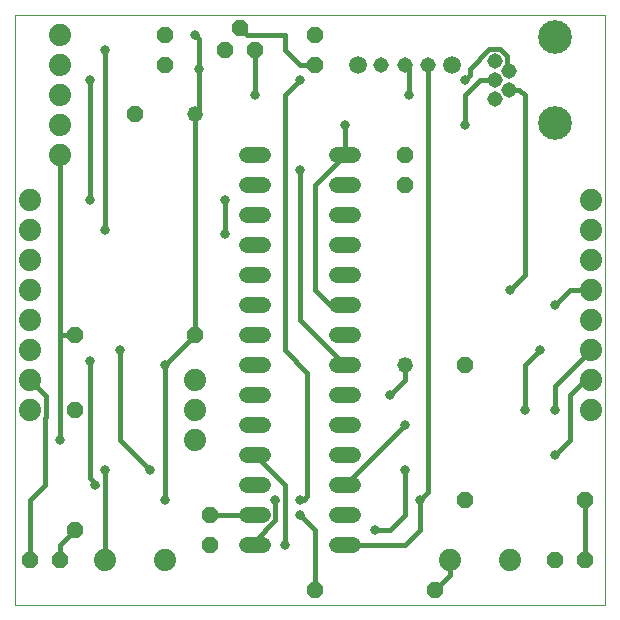
<source format=gtl>
G75*
%MOIN*%
%OFA0B0*%
%FSLAX25Y25*%
%IPPOS*%
%LPD*%
%AMOC8*
5,1,8,0,0,1.08239X$1,22.5*
%
%ADD10C,0.00000*%
%ADD11OC8,0.05200*%
%ADD12C,0.05200*%
%ADD13C,0.05150*%
%ADD14C,0.11220*%
%ADD15C,0.05200*%
%ADD16C,0.05937*%
%ADD17C,0.07400*%
%ADD18C,0.01600*%
%ADD19C,0.03169*%
D10*
X0001800Y0002000D02*
X0001800Y0198850D01*
X0198650Y0198850D01*
X0198650Y0002000D01*
X0001800Y0002000D01*
D11*
X0006800Y0017000D03*
X0016800Y0017000D03*
X0021800Y0027000D03*
X0021800Y0067000D03*
X0021800Y0092000D03*
X0061800Y0092000D03*
X0066800Y0032000D03*
X0066800Y0022000D03*
X0101800Y0007000D03*
X0141800Y0007000D03*
X0151800Y0037000D03*
X0181800Y0017000D03*
X0191800Y0017000D03*
X0191800Y0037000D03*
X0151800Y0082000D03*
X0131800Y0142000D03*
X0131800Y0152000D03*
X0101800Y0182000D03*
X0101800Y0192000D03*
X0081800Y0187000D03*
X0076800Y0194500D03*
X0071800Y0187000D03*
X0051800Y0182000D03*
X0051800Y0192000D03*
X0041800Y0165750D03*
D12*
X0061800Y0165750D03*
X0131800Y0082000D03*
D13*
X0161721Y0170701D03*
X0166446Y0173850D03*
X0161721Y0177000D03*
X0166446Y0180150D03*
X0161721Y0183299D03*
X0139674Y0182000D03*
X0131800Y0182000D03*
X0123926Y0182000D03*
D14*
X0181800Y0191370D03*
X0181800Y0162630D03*
D15*
X0114400Y0152000D02*
X0109200Y0152000D01*
X0109200Y0142000D02*
X0114400Y0142000D01*
X0114400Y0132000D02*
X0109200Y0132000D01*
X0109200Y0122000D02*
X0114400Y0122000D01*
X0114400Y0112000D02*
X0109200Y0112000D01*
X0109200Y0102000D02*
X0114400Y0102000D01*
X0114400Y0092000D02*
X0109200Y0092000D01*
X0109200Y0082000D02*
X0114400Y0082000D01*
X0114400Y0072000D02*
X0109200Y0072000D01*
X0109200Y0062000D02*
X0114400Y0062000D01*
X0114400Y0052000D02*
X0109200Y0052000D01*
X0109200Y0042000D02*
X0114400Y0042000D01*
X0114400Y0032000D02*
X0109200Y0032000D01*
X0109200Y0022000D02*
X0114400Y0022000D01*
X0084400Y0022000D02*
X0079200Y0022000D01*
X0079200Y0032000D02*
X0084400Y0032000D01*
X0084400Y0042000D02*
X0079200Y0042000D01*
X0079200Y0052000D02*
X0084400Y0052000D01*
X0084400Y0062000D02*
X0079200Y0062000D01*
X0079200Y0072000D02*
X0084400Y0072000D01*
X0084400Y0082000D02*
X0079200Y0082000D01*
X0079200Y0092000D02*
X0084400Y0092000D01*
X0084400Y0102000D02*
X0079200Y0102000D01*
X0079200Y0112000D02*
X0084400Y0112000D01*
X0084400Y0122000D02*
X0079200Y0122000D01*
X0079200Y0132000D02*
X0084400Y0132000D01*
X0084400Y0142000D02*
X0079200Y0142000D01*
X0079200Y0152000D02*
X0084400Y0152000D01*
D16*
X0116052Y0182000D03*
X0147548Y0182000D03*
D17*
X0193800Y0137000D03*
X0193800Y0127000D03*
X0193800Y0117000D03*
X0193800Y0107000D03*
X0193800Y0097000D03*
X0193800Y0087000D03*
X0193800Y0077000D03*
X0193800Y0067000D03*
X0166800Y0017000D03*
X0146800Y0017000D03*
X0061800Y0057000D03*
X0061800Y0067000D03*
X0061800Y0077000D03*
X0006800Y0077000D03*
X0006800Y0067000D03*
X0006800Y0087000D03*
X0006800Y0097000D03*
X0006800Y0107000D03*
X0006800Y0117000D03*
X0006800Y0127000D03*
X0006800Y0137000D03*
X0016800Y0152000D03*
X0016800Y0162000D03*
X0016800Y0172000D03*
X0016800Y0182000D03*
X0016800Y0192000D03*
X0031800Y0017000D03*
X0051800Y0017000D03*
D18*
X0066800Y0032000D02*
X0081800Y0032000D01*
X0088600Y0030260D02*
X0088600Y0036300D01*
X0089300Y0037000D01*
X0088416Y0037000D01*
X0091800Y0042000D02*
X0081800Y0052000D01*
X0091800Y0042000D02*
X0091800Y0022000D01*
X0088600Y0030260D02*
X0081800Y0023460D01*
X0081800Y0022000D01*
X0096800Y0032000D02*
X0101800Y0027000D01*
X0101800Y0007000D01*
X0111800Y0022000D02*
X0131800Y0022000D01*
X0136800Y0027000D01*
X0136800Y0037000D01*
X0139674Y0039874D01*
X0139674Y0182000D01*
X0133050Y0180750D02*
X0131800Y0182000D01*
X0133050Y0180750D02*
X0133050Y0172000D01*
X0151800Y0172000D02*
X0151800Y0162000D01*
X0151800Y0172000D02*
X0156800Y0177000D01*
X0161721Y0177000D01*
X0165896Y0180699D02*
X0166446Y0180150D01*
X0165896Y0180699D02*
X0165896Y0185028D01*
X0163451Y0187474D01*
X0159992Y0187474D01*
X0153406Y0180888D01*
X0153406Y0178606D01*
X0151800Y0177000D01*
X0166446Y0173850D02*
X0169950Y0173850D01*
X0171800Y0172000D01*
X0171800Y0112000D01*
X0166800Y0107000D01*
X0181800Y0102000D02*
X0186800Y0107000D01*
X0193800Y0107000D01*
X0193800Y0087000D02*
X0181800Y0075000D01*
X0181800Y0067000D01*
X0186800Y0072000D02*
X0186800Y0057000D01*
X0181800Y0052000D01*
X0191800Y0037000D02*
X0191800Y0017000D01*
X0146800Y0017000D02*
X0146800Y0012000D01*
X0141800Y0007000D01*
X0126800Y0027000D02*
X0121800Y0027000D01*
X0126800Y0027000D02*
X0131800Y0032000D01*
X0131800Y0047000D01*
X0131800Y0062000D02*
X0111800Y0042000D01*
X0099300Y0038250D02*
X0099300Y0079500D01*
X0091800Y0087000D01*
X0091800Y0172000D01*
X0096800Y0177000D01*
X0096800Y0182000D02*
X0091800Y0187000D01*
X0091800Y0192000D01*
X0079300Y0192000D01*
X0077250Y0194050D01*
X0081800Y0187000D02*
X0081800Y0172000D01*
X0096800Y0182000D02*
X0101800Y0182000D01*
X0111800Y0162000D02*
X0111800Y0152000D01*
X0101800Y0142000D01*
X0101800Y0107000D01*
X0106800Y0102000D01*
X0111800Y0102000D01*
X0096800Y0097000D02*
X0111800Y0082000D01*
X0126800Y0072000D02*
X0131800Y0077000D01*
X0131800Y0082000D01*
X0096800Y0097000D02*
X0096800Y0147000D01*
X0071800Y0137000D02*
X0071800Y0125750D01*
X0061800Y0092000D02*
X0061800Y0165750D01*
X0063050Y0167000D01*
X0063050Y0180750D01*
X0063050Y0190750D01*
X0061800Y0192000D01*
X0031800Y0187000D02*
X0031800Y0127000D01*
X0026800Y0137000D02*
X0026800Y0177000D01*
X0016800Y0152000D02*
X0016800Y0092000D01*
X0021800Y0092000D01*
X0016800Y0092000D02*
X0016800Y0057000D01*
X0011800Y0064505D02*
X0012100Y0064805D01*
X0012100Y0071700D01*
X0006800Y0077000D01*
X0011800Y0064505D02*
X0011800Y0042000D01*
X0006800Y0037000D01*
X0006800Y0017000D01*
X0016800Y0017000D02*
X0016800Y0022000D01*
X0021800Y0027000D01*
X0031800Y0017000D02*
X0031800Y0047000D01*
X0026800Y0044500D02*
X0029300Y0042000D01*
X0028416Y0042000D01*
X0026800Y0044500D02*
X0026800Y0083250D01*
X0036800Y0087000D02*
X0036800Y0057000D01*
X0046800Y0047000D01*
X0051800Y0037000D02*
X0051800Y0082000D01*
X0061800Y0092000D01*
X0096800Y0037000D02*
X0098050Y0037000D01*
X0099300Y0038250D01*
X0171800Y0067000D02*
X0171800Y0082000D01*
X0176800Y0087000D01*
X0191800Y0077000D02*
X0186800Y0072000D01*
X0191800Y0077000D02*
X0193800Y0077000D01*
D19*
X0181800Y0067000D03*
X0171800Y0067000D03*
X0181800Y0052000D03*
X0176800Y0087000D03*
X0181800Y0102000D03*
X0166800Y0107000D03*
X0126800Y0072000D03*
X0131800Y0062000D03*
X0131800Y0047000D03*
X0136800Y0037000D03*
X0121800Y0027000D03*
X0096800Y0032000D03*
X0096800Y0037000D03*
X0088416Y0037000D03*
X0091800Y0022000D03*
X0051800Y0037000D03*
X0046800Y0047000D03*
X0031800Y0047000D03*
X0028416Y0042000D03*
X0016800Y0057000D03*
X0026800Y0083250D03*
X0036800Y0087000D03*
X0051800Y0082000D03*
X0071800Y0125750D03*
X0071800Y0137000D03*
X0096800Y0147000D03*
X0111800Y0162000D03*
X0096800Y0177000D03*
X0081800Y0172000D03*
X0063050Y0180750D03*
X0061800Y0192000D03*
X0031800Y0187000D03*
X0026800Y0177000D03*
X0026800Y0137000D03*
X0031800Y0127000D03*
X0133050Y0172000D03*
X0151800Y0177000D03*
X0151800Y0162000D03*
M02*

</source>
